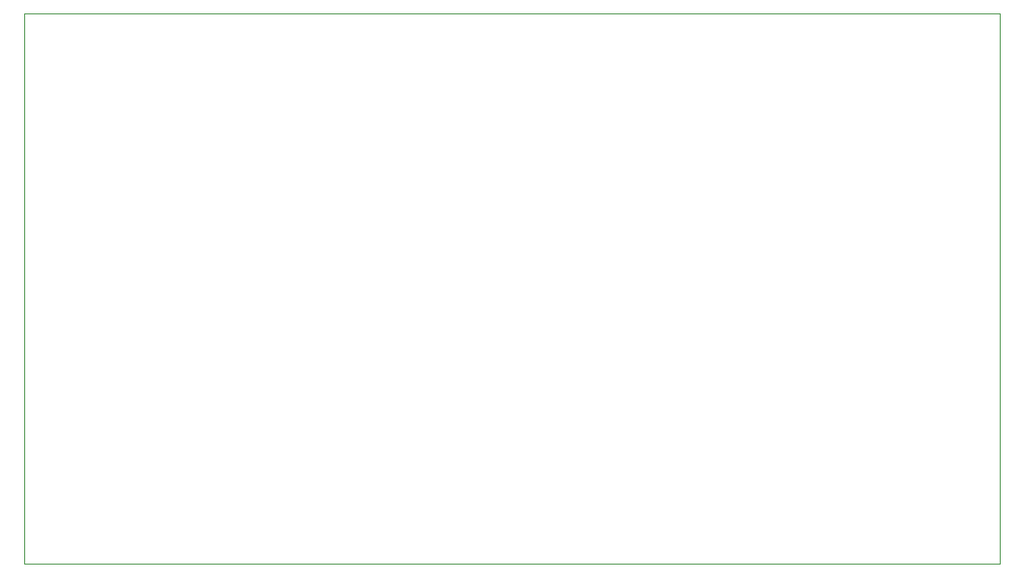
<source format=gbr>
G04 #@! TF.GenerationSoftware,KiCad,Pcbnew,5.1.4+dfsg1-1*
G04 #@! TF.CreationDate,2020-04-23T19:25:43-06:00*
G04 #@! TF.ProjectId,low-voltage,6c6f772d-766f-46c7-9461-67652e6b6963,rev?*
G04 #@! TF.SameCoordinates,Original*
G04 #@! TF.FileFunction,Profile,NP*
%FSLAX46Y46*%
G04 Gerber Fmt 4.6, Leading zero omitted, Abs format (unit mm)*
G04 Created by KiCad (PCBNEW 5.1.4+dfsg1-1) date 2020-04-23 19:25:43*
%MOMM*%
%LPD*%
G04 APERTURE LIST*
%ADD10C,0.050000*%
G04 APERTURE END LIST*
D10*
X75000000Y-110000000D02*
X75000000Y-58000000D01*
X167000000Y-110000000D02*
X75000000Y-110000000D01*
X167000000Y-58000000D02*
X167000000Y-110000000D01*
X75000000Y-58000000D02*
X167000000Y-58000000D01*
M02*

</source>
